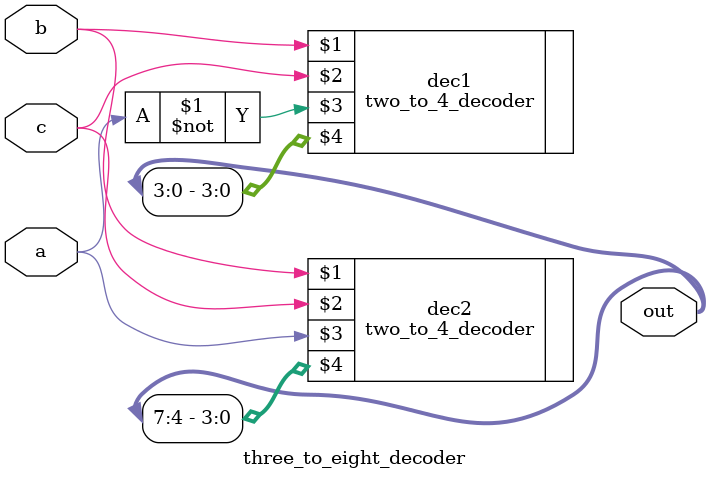
<source format=v>
`include "two_to_four_decoder.v"

module three_to_eight_decoder (
     a,b,c,out
);

input wire a,b,c;
output wire [7:0] out;
integer i;


    


two_to_4_decoder dec1(b,c,~a,out[3:0]);
two_to_4_decoder dec2(b,c,a,out[7:4]);

// always @(a or b or c or out) begin
//     for (i =0 ; i<8;i++ ) begin
//         $display("%d ",out[i]);
        
//     end
//     $display("\n");
    
// end
    
endmodule
</source>
